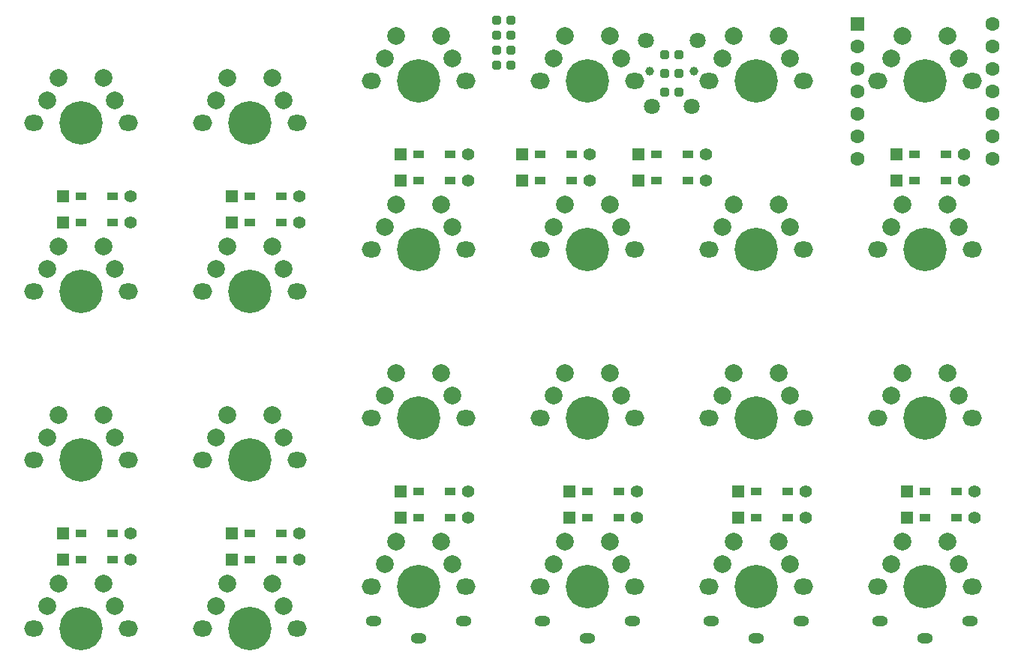
<source format=gbr>
%TF.GenerationSoftware,KiCad,Pcbnew,7.0.1*%
%TF.CreationDate,2025-02-28T04:26:42+09:00*%
%TF.ProjectId,bonyo4xs,626f6e79-6f34-4787-932e-6b696361645f,rev?*%
%TF.SameCoordinates,Original*%
%TF.FileFunction,Soldermask,Bot*%
%TF.FilePolarity,Negative*%
%FSLAX46Y46*%
G04 Gerber Fmt 4.6, Leading zero omitted, Abs format (unit mm)*
G04 Created by KiCad (PCBNEW 7.0.1) date 2025-02-28 04:26:42*
%MOMM*%
%LPD*%
G01*
G04 APERTURE LIST*
G04 Aperture macros list*
%AMRoundRect*
0 Rectangle with rounded corners*
0 $1 Rounding radius*
0 $2 $3 $4 $5 $6 $7 $8 $9 X,Y pos of 4 corners*
0 Add a 4 corners polygon primitive as box body*
4,1,4,$2,$3,$4,$5,$6,$7,$8,$9,$2,$3,0*
0 Add four circle primitives for the rounded corners*
1,1,$1+$1,$2,$3*
1,1,$1+$1,$4,$5*
1,1,$1+$1,$6,$7*
1,1,$1+$1,$8,$9*
0 Add four rect primitives between the rounded corners*
20,1,$1+$1,$2,$3,$4,$5,0*
20,1,$1+$1,$4,$5,$6,$7,0*
20,1,$1+$1,$6,$7,$8,$9,0*
20,1,$1+$1,$8,$9,$2,$3,0*%
G04 Aperture macros list end*
%ADD10O,2.170000X1.800000*%
%ADD11C,4.900000*%
%ADD12C,2.000000*%
%ADD13O,1.800000X1.200000*%
%ADD14R,1.600000X1.600000*%
%ADD15C,1.600000*%
%ADD16RoundRect,0.250000X-0.250000X-0.250000X0.250000X-0.250000X0.250000X0.250000X-0.250000X0.250000X0*%
%ADD17R,1.397000X1.397000*%
%ADD18R,1.300000X0.950000*%
%ADD19C,1.397000*%
%ADD20C,1.000000*%
%ADD21C,1.800000*%
G04 APERTURE END LIST*
D10*
%TO.C,SW16*%
X61360048Y-47625032D03*
D11*
X66675048Y-47625032D03*
D10*
X71990048Y-47625032D03*
D12*
X62865048Y-45085032D03*
X64135048Y-42545032D03*
X69215048Y-42545032D03*
X70485048Y-45085032D03*
%TD*%
D10*
%TO.C,SW5*%
X80410064Y-9525000D03*
D11*
X85725064Y-9525000D03*
D10*
X91040064Y-9525000D03*
D12*
X81915064Y-6985000D03*
X83185064Y-4445000D03*
X88265064Y-4445000D03*
X89535064Y-6985000D03*
%TD*%
D10*
%TO.C,SW13*%
X4210000Y-52387536D03*
D11*
X9525000Y-52387536D03*
D10*
X14840000Y-52387536D03*
D12*
X5715000Y-49847536D03*
X6985000Y-47307536D03*
X12065000Y-47307536D03*
X13335000Y-49847536D03*
%TD*%
D10*
%TO.C,SW17*%
X80410064Y-47625032D03*
D11*
X85725064Y-47625032D03*
D10*
X91040064Y-47625032D03*
D12*
X81915064Y-45085032D03*
X83185064Y-42545032D03*
X88265064Y-42545032D03*
X89535064Y-45085032D03*
%TD*%
D10*
%TO.C,SW10*%
X61360048Y-28575016D03*
D11*
X66675048Y-28575016D03*
D10*
X71990048Y-28575016D03*
D12*
X62865048Y-26035016D03*
X64135048Y-23495016D03*
X69215048Y-23495016D03*
X70485048Y-26035016D03*
%TD*%
D10*
%TO.C,SW21*%
X42310032Y-66675048D03*
D11*
X47625032Y-66675048D03*
D10*
X52940032Y-66675048D03*
D13*
X42525032Y-70575048D03*
D12*
X43815032Y-64135048D03*
X45085032Y-61595048D03*
D13*
X52725032Y-70575048D03*
X47625032Y-72575048D03*
D12*
X50165032Y-61595048D03*
X51435032Y-64135048D03*
%TD*%
D10*
%TO.C,SW18*%
X99460080Y-47625032D03*
D11*
X104775080Y-47625032D03*
D10*
X110090080Y-47625032D03*
D12*
X100965080Y-45085032D03*
X102235080Y-42545032D03*
X107315080Y-42545032D03*
X108585080Y-45085032D03*
%TD*%
D10*
%TO.C,SW1*%
X4210008Y-14287512D03*
D11*
X9525008Y-14287512D03*
D10*
X14840008Y-14287512D03*
D12*
X5715008Y-11747512D03*
X6985008Y-9207512D03*
X12065008Y-9207512D03*
X13335008Y-11747512D03*
%TD*%
D10*
%TO.C,SW12*%
X99460088Y-28575024D03*
D11*
X104775088Y-28575024D03*
D10*
X110090088Y-28575024D03*
D12*
X100965088Y-26035024D03*
X102235088Y-23495024D03*
X107315088Y-23495024D03*
X108585088Y-26035024D03*
%TD*%
D10*
%TO.C,SW8*%
X23260016Y-33337520D03*
D11*
X28575016Y-33337520D03*
D10*
X33890016Y-33337520D03*
D12*
X24765016Y-30797520D03*
X26035016Y-28257520D03*
X31115016Y-28257520D03*
X32385016Y-30797520D03*
%TD*%
D10*
%TO.C,SW23*%
X80410064Y-66675048D03*
D11*
X85725064Y-66675048D03*
D10*
X91040064Y-66675048D03*
D13*
X80625064Y-70575048D03*
D12*
X81915064Y-64135048D03*
X83185064Y-61595048D03*
D13*
X90825064Y-70575048D03*
X85725064Y-72575048D03*
D12*
X88265064Y-61595048D03*
X89535064Y-64135048D03*
%TD*%
D10*
%TO.C,SW9*%
X42310032Y-28575016D03*
D11*
X47625032Y-28575016D03*
D10*
X52940032Y-28575016D03*
D12*
X43815032Y-26035016D03*
X45085032Y-23495016D03*
X50165032Y-23495016D03*
X51435032Y-26035016D03*
%TD*%
D10*
%TO.C,SW22*%
X61360048Y-66675048D03*
D11*
X66675048Y-66675048D03*
D10*
X71990048Y-66675048D03*
D13*
X61575048Y-70575048D03*
D12*
X62865048Y-64135048D03*
X64135048Y-61595048D03*
D13*
X71775048Y-70575048D03*
X66675048Y-72575048D03*
D12*
X69215048Y-61595048D03*
X70485048Y-64135048D03*
%TD*%
D10*
%TO.C,SW4*%
X61360048Y-9525000D03*
D11*
X66675048Y-9525000D03*
D10*
X71990048Y-9525000D03*
D12*
X62865048Y-6985000D03*
X64135048Y-4445000D03*
X69215048Y-4445000D03*
X70485048Y-6985000D03*
%TD*%
D10*
%TO.C,SW20*%
X23260016Y-71437552D03*
D11*
X28575016Y-71437552D03*
D10*
X33890016Y-71437552D03*
D12*
X24765016Y-68897552D03*
X26035016Y-66357552D03*
X31115016Y-66357552D03*
X32385016Y-68897552D03*
%TD*%
D10*
%TO.C,SW15*%
X42310032Y-47625032D03*
D11*
X47625032Y-47625032D03*
D10*
X52940032Y-47625032D03*
D12*
X43815032Y-45085032D03*
X45085032Y-42545032D03*
X50165032Y-42545032D03*
X51435032Y-45085032D03*
%TD*%
D10*
%TO.C,SW6*%
X99460088Y-9525008D03*
D11*
X104775088Y-9525008D03*
D10*
X110090088Y-9525008D03*
D12*
X100965088Y-6985008D03*
X102235088Y-4445008D03*
X107315088Y-4445008D03*
X108585088Y-6985008D03*
%TD*%
D10*
%TO.C,SW24*%
X99460080Y-66675048D03*
D11*
X104775080Y-66675048D03*
D10*
X110090080Y-66675048D03*
D13*
X99675080Y-70575048D03*
D12*
X100965080Y-64135048D03*
X102235080Y-61595048D03*
D13*
X109875080Y-70575048D03*
X104775080Y-72575048D03*
D12*
X107315080Y-61595048D03*
X108585080Y-64135048D03*
%TD*%
D10*
%TO.C,SW19*%
X4210000Y-71437552D03*
D11*
X9525000Y-71437552D03*
D10*
X14840000Y-71437552D03*
D12*
X5715000Y-68897552D03*
X6985000Y-66357552D03*
X12065000Y-66357552D03*
X13335000Y-68897552D03*
%TD*%
D10*
%TO.C,SW14*%
X23260016Y-52387536D03*
D11*
X28575016Y-52387536D03*
D10*
X33890016Y-52387536D03*
D12*
X24765016Y-49847536D03*
X26035016Y-47307536D03*
X31115016Y-47307536D03*
X32385016Y-49847536D03*
%TD*%
D10*
%TO.C,SW7*%
X4210000Y-33337520D03*
D11*
X9525000Y-33337520D03*
D10*
X14840000Y-33337520D03*
D12*
X5715000Y-30797520D03*
X6985000Y-28257520D03*
X12065000Y-28257520D03*
X13335000Y-30797520D03*
%TD*%
D10*
%TO.C,SW3*%
X42310032Y-9525000D03*
D11*
X47625032Y-9525000D03*
D10*
X52940032Y-9525000D03*
D12*
X43815032Y-6985000D03*
X45085032Y-4445000D03*
X50165032Y-4445000D03*
X51435032Y-6985000D03*
%TD*%
D10*
%TO.C,SW2*%
X23260016Y-14287504D03*
D11*
X28575016Y-14287504D03*
D10*
X33890016Y-14287504D03*
D12*
X24765016Y-11747504D03*
X26035016Y-9207504D03*
X31115016Y-9207504D03*
X32385016Y-11747504D03*
%TD*%
D10*
%TO.C,SW11*%
X80410064Y-28575016D03*
D11*
X85725064Y-28575016D03*
D10*
X91040064Y-28575016D03*
D12*
X81915064Y-26035016D03*
X83185064Y-23495016D03*
X88265064Y-23495016D03*
X89535064Y-26035016D03*
%TD*%
D14*
%TO.C,U1*%
X97155080Y-3095626D03*
D15*
X97155080Y-5635626D03*
X97155080Y-8175626D03*
X97155080Y-10715626D03*
X97155080Y-13255626D03*
X97155080Y-15795626D03*
X97155080Y-18335626D03*
X112395080Y-18335626D03*
X112395080Y-15795626D03*
X112395080Y-13255626D03*
X112395080Y-10715626D03*
X112395080Y-8175626D03*
X112395080Y-5635626D03*
X112395080Y-3095626D03*
%TD*%
D16*
%TO.C,JP6*%
X56400000Y-6100000D03*
X58000000Y-6100000D03*
%TD*%
%TO.C,JP7*%
X56400000Y-7800000D03*
X58000000Y-7800000D03*
%TD*%
D17*
%TO.C,D20*%
X26550963Y-63698491D03*
D18*
X28585963Y-63698491D03*
X32135963Y-63698491D03*
D19*
X34170963Y-63698491D03*
%TD*%
D16*
%TO.C,JP10*%
X75400000Y-10800000D03*
X77000000Y-10800000D03*
%TD*%
D17*
%TO.C,D13*%
X7500947Y-60721926D03*
D18*
X9535947Y-60721926D03*
X13085947Y-60721926D03*
D19*
X15120947Y-60721926D03*
%TD*%
D16*
%TO.C,JP8*%
X75400000Y-8700000D03*
X77000000Y-8700000D03*
%TD*%
D17*
%TO.C,D21*%
X45600979Y-58935987D03*
D18*
X47635979Y-58935987D03*
X51185979Y-58935987D03*
D19*
X53220979Y-58935987D03*
%TD*%
D17*
%TO.C,D16*%
X64650995Y-55959422D03*
D18*
X66685995Y-55959422D03*
X70235995Y-55959422D03*
D19*
X72270995Y-55959422D03*
%TD*%
D17*
%TO.C,D15*%
X45600979Y-55959422D03*
D18*
X47635979Y-55959422D03*
X51185979Y-55959422D03*
D19*
X53220979Y-55959422D03*
%TD*%
D17*
%TO.C,D12*%
X101560401Y-20835955D03*
D18*
X103595401Y-20835955D03*
X107145401Y-20835955D03*
D19*
X109180401Y-20835955D03*
%TD*%
D16*
%TO.C,JP5*%
X56400000Y-4400000D03*
X58000000Y-4400000D03*
%TD*%
D17*
%TO.C,D3*%
X45600979Y-17859382D03*
D18*
X47635979Y-17859382D03*
X51185979Y-17859382D03*
D19*
X53220979Y-17859382D03*
%TD*%
D16*
%TO.C,JP4*%
X56400000Y-2700000D03*
X58000000Y-2700000D03*
%TD*%
D17*
%TO.C,D11*%
X72390064Y-20835955D03*
D18*
X74425064Y-20835955D03*
X77975064Y-20835955D03*
D19*
X80010064Y-20835955D03*
%TD*%
D17*
%TO.C,D4*%
X59293178Y-17859390D03*
D18*
X61328178Y-17859390D03*
X64878178Y-17859390D03*
D19*
X66913178Y-17859390D03*
%TD*%
D16*
%TO.C,JP9*%
X75400000Y-6600000D03*
X77000000Y-6600000D03*
%TD*%
D17*
%TO.C,D23*%
X83701011Y-58935987D03*
D18*
X85736011Y-58935987D03*
X89286011Y-58935987D03*
D19*
X91321011Y-58935987D03*
%TD*%
D17*
%TO.C,D8*%
X26550963Y-25598459D03*
D18*
X28585963Y-25598459D03*
X32135963Y-25598459D03*
D19*
X34170963Y-25598459D03*
%TD*%
D17*
%TO.C,D5*%
X72390064Y-17859390D03*
D18*
X74425064Y-17859390D03*
X77975064Y-17859390D03*
D19*
X80010064Y-17859390D03*
%TD*%
D17*
%TO.C,D7*%
X7500947Y-25598459D03*
D18*
X9535947Y-25598459D03*
X13085947Y-25598459D03*
D19*
X15120947Y-25598459D03*
%TD*%
D20*
%TO.C,J1*%
X78700056Y-8453122D03*
X73700056Y-8453122D03*
D21*
X73950056Y-12453122D03*
X78450056Y-12453122D03*
X79100056Y-4953122D03*
X73300056Y-4953122D03*
%TD*%
D17*
%TO.C,D24*%
X102751027Y-58935987D03*
D18*
X104786027Y-58935987D03*
X108336027Y-58935987D03*
D19*
X110371027Y-58935987D03*
%TD*%
D17*
%TO.C,D10*%
X59293178Y-20835955D03*
D18*
X61328178Y-20835955D03*
X64878178Y-20835955D03*
D19*
X66913178Y-20835955D03*
%TD*%
D17*
%TO.C,D6*%
X101560401Y-17859382D03*
D18*
X103595401Y-17859382D03*
X107145401Y-17859382D03*
D19*
X109180401Y-17859382D03*
%TD*%
D17*
%TO.C,D14*%
X26550963Y-60721918D03*
D18*
X28585963Y-60721918D03*
X32135963Y-60721918D03*
D19*
X34170963Y-60721918D03*
%TD*%
D17*
%TO.C,D17*%
X83701011Y-55959422D03*
D18*
X85736011Y-55959422D03*
X89286011Y-55959422D03*
D19*
X91321011Y-55959422D03*
%TD*%
D17*
%TO.C,D2*%
X26550963Y-22621894D03*
D18*
X28585963Y-22621894D03*
X32135963Y-22621894D03*
D19*
X34170963Y-22621894D03*
%TD*%
D17*
%TO.C,D9*%
X45600979Y-20835955D03*
D18*
X47635979Y-20835955D03*
X51185979Y-20835955D03*
D19*
X53220979Y-20835955D03*
%TD*%
D17*
%TO.C,D18*%
X102751027Y-55959414D03*
D18*
X104786027Y-55959414D03*
X108336027Y-55959414D03*
D19*
X110371027Y-55959414D03*
%TD*%
D17*
%TO.C,D22*%
X64650995Y-58935987D03*
D18*
X66685995Y-58935987D03*
X70235995Y-58935987D03*
D19*
X72270995Y-58935987D03*
%TD*%
D17*
%TO.C,D1*%
X7500947Y-22621894D03*
D18*
X9535947Y-22621894D03*
X13085947Y-22621894D03*
D19*
X15120947Y-22621894D03*
%TD*%
D17*
%TO.C,D19*%
X7500947Y-63698491D03*
D18*
X9535947Y-63698491D03*
X13085947Y-63698491D03*
D19*
X15120947Y-63698491D03*
%TD*%
M02*

</source>
